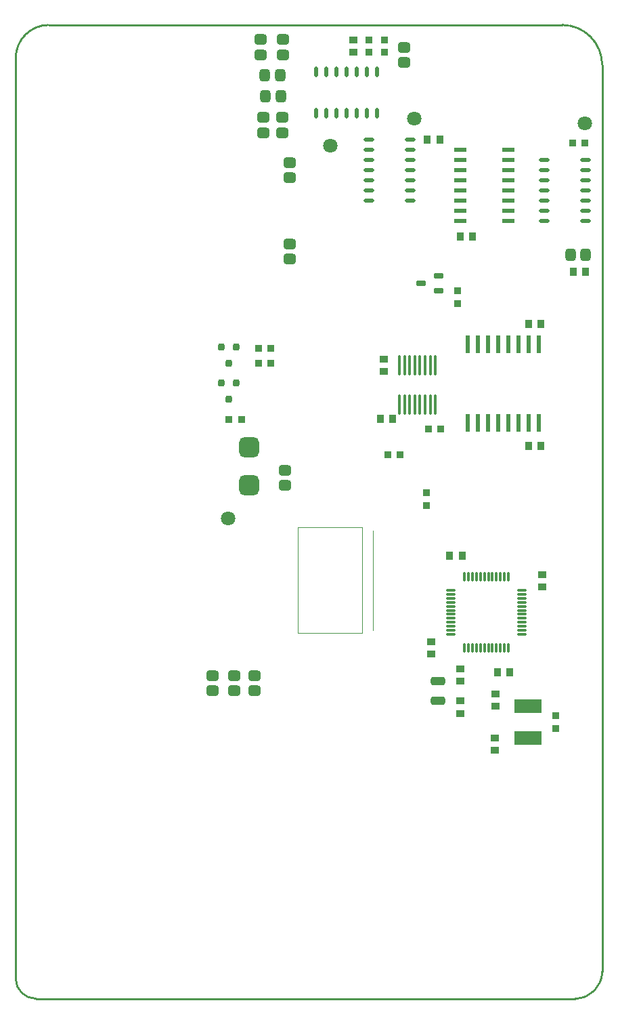
<source format=gtp>
G04*
G04 #@! TF.GenerationSoftware,Altium Limited,Altium Designer,22.8.2 (66)*
G04*
G04 Layer_Color=8421504*
%FSLAX44Y44*%
%MOMM*%
G71*
G04*
G04 #@! TF.SameCoordinates,B0619A4A-581E-4249-BB79-A942B5E0D796*
G04*
G04*
G04 #@! TF.FilePolarity,Positive*
G04*
G01*
G75*
%ADD13C,0.2540*%
%ADD16C,0.0254*%
%ADD17C,0.0500*%
%ADD18R,0.9500X0.9500*%
%ADD19R,0.6000X2.2000*%
%ADD20O,0.3500X2.5500*%
G04:AMPARAMS|DCode=21|XSize=0.3mm|YSize=1.2mm|CornerRadius=0.075mm|HoleSize=0mm|Usage=FLASHONLY|Rotation=0.000|XOffset=0mm|YOffset=0mm|HoleType=Round|Shape=RoundedRectangle|*
%AMROUNDEDRECTD21*
21,1,0.3000,1.0500,0,0,0.0*
21,1,0.1500,1.2000,0,0,0.0*
1,1,0.1500,0.0750,-0.5250*
1,1,0.1500,-0.0750,-0.5250*
1,1,0.1500,-0.0750,0.5250*
1,1,0.1500,0.0750,0.5250*
%
%ADD21ROUNDEDRECTD21*%
%ADD22R,0.9500X0.9500*%
G04:AMPARAMS|DCode=23|XSize=1.15mm|YSize=0.6mm|CornerRadius=0.075mm|HoleSize=0mm|Usage=FLASHONLY|Rotation=180.000|XOffset=0mm|YOffset=0mm|HoleType=Round|Shape=RoundedRectangle|*
%AMROUNDEDRECTD23*
21,1,1.1500,0.4500,0,0,180.0*
21,1,1.0000,0.6000,0,0,180.0*
1,1,0.1500,-0.5000,0.2250*
1,1,0.1500,0.5000,0.2250*
1,1,0.1500,0.5000,-0.2250*
1,1,0.1500,-0.5000,-0.2250*
%
%ADD23ROUNDEDRECTD23*%
G04:AMPARAMS|DCode=24|XSize=1.3mm|YSize=1.5001mm|CornerRadius=0.325mm|HoleSize=0mm|Usage=FLASHONLY|Rotation=90.000|XOffset=0mm|YOffset=0mm|HoleType=Round|Shape=RoundedRectangle|*
%AMROUNDEDRECTD24*
21,1,1.3000,0.8501,0,0,90.0*
21,1,0.6500,1.5001,0,0,90.0*
1,1,0.6500,0.4251,0.3250*
1,1,0.6500,0.4251,-0.3250*
1,1,0.6500,-0.4251,-0.3250*
1,1,0.6500,-0.4251,0.3250*
%
%ADD24ROUNDEDRECTD24*%
%ADD25C,1.8000*%
%ADD26O,0.5588X1.3208*%
%ADD27R,0.9500X1.0000*%
G04:AMPARAMS|DCode=28|XSize=1.3mm|YSize=1.5001mm|CornerRadius=0.325mm|HoleSize=0mm|Usage=FLASHONLY|Rotation=0.000|XOffset=0mm|YOffset=0mm|HoleType=Round|Shape=RoundedRectangle|*
%AMROUNDEDRECTD28*
21,1,1.3000,0.8501,0,0,0.0*
21,1,0.6500,1.5001,0,0,0.0*
1,1,0.6500,0.3250,-0.4251*
1,1,0.6500,-0.3250,-0.4251*
1,1,0.6500,-0.3250,0.4251*
1,1,0.6500,0.3250,0.4251*
%
%ADD28ROUNDEDRECTD28*%
%ADD29R,1.0000X0.9500*%
G04:AMPARAMS|DCode=30|XSize=0.8mm|YSize=0.9mm|CornerRadius=0.2mm|HoleSize=0mm|Usage=FLASHONLY|Rotation=180.000|XOffset=0mm|YOffset=0mm|HoleType=Round|Shape=RoundedRectangle|*
%AMROUNDEDRECTD30*
21,1,0.8000,0.5000,0,0,180.0*
21,1,0.4000,0.9000,0,0,180.0*
1,1,0.4000,-0.2000,0.2500*
1,1,0.4000,0.2000,0.2500*
1,1,0.4000,0.2000,-0.2500*
1,1,0.4000,-0.2000,-0.2500*
%
%ADD30ROUNDEDRECTD30*%
G04:AMPARAMS|DCode=31|XSize=2.5mm|YSize=2.5mm|CornerRadius=0.625mm|HoleSize=0mm|Usage=FLASHONLY|Rotation=270.000|XOffset=0mm|YOffset=0mm|HoleType=Round|Shape=RoundedRectangle|*
%AMROUNDEDRECTD31*
21,1,2.5000,1.2500,0,0,270.0*
21,1,1.2500,2.5000,0,0,270.0*
1,1,1.2500,-0.6250,-0.6250*
1,1,1.2500,-0.6250,0.6250*
1,1,1.2500,0.6250,0.6250*
1,1,1.2500,0.6250,-0.6250*
%
%ADD31ROUNDEDRECTD31*%
%ADD32O,1.3208X0.5588*%
G04:AMPARAMS|DCode=33|XSize=1.6mm|YSize=0.58mm|CornerRadius=0.145mm|HoleSize=0mm|Usage=FLASHONLY|Rotation=180.000|XOffset=0mm|YOffset=0mm|HoleType=Round|Shape=RoundedRectangle|*
%AMROUNDEDRECTD33*
21,1,1.6000,0.2900,0,0,180.0*
21,1,1.3100,0.5800,0,0,180.0*
1,1,0.2900,-0.6550,0.1450*
1,1,0.2900,0.6550,0.1450*
1,1,0.2900,0.6550,-0.1450*
1,1,0.2900,-0.6550,-0.1450*
%
%ADD33ROUNDEDRECTD33*%
G04:AMPARAMS|DCode=34|XSize=1.8mm|YSize=1mm|CornerRadius=0.25mm|HoleSize=0mm|Usage=FLASHONLY|Rotation=0.000|XOffset=0mm|YOffset=0mm|HoleType=Round|Shape=RoundedRectangle|*
%AMROUNDEDRECTD34*
21,1,1.8000,0.5000,0,0,0.0*
21,1,1.3000,1.0000,0,0,0.0*
1,1,0.5000,0.6500,-0.2500*
1,1,0.5000,-0.6500,-0.2500*
1,1,0.5000,-0.6500,0.2500*
1,1,0.5000,0.6500,0.2500*
%
%ADD34ROUNDEDRECTD34*%
%ADD35R,3.4000X1.7500*%
G04:AMPARAMS|DCode=36|XSize=0.3mm|YSize=1.2mm|CornerRadius=0.075mm|HoleSize=0mm|Usage=FLASHONLY|Rotation=90.000|XOffset=0mm|YOffset=0mm|HoleType=Round|Shape=RoundedRectangle|*
%AMROUNDEDRECTD36*
21,1,0.3000,1.0500,0,0,90.0*
21,1,0.1500,1.2000,0,0,90.0*
1,1,0.1500,0.5250,0.0750*
1,1,0.1500,0.5250,-0.0750*
1,1,0.1500,-0.5250,-0.0750*
1,1,0.1500,-0.5250,0.0750*
%
%ADD36ROUNDEDRECTD36*%
D13*
X700000Y0D02*
G03*
X733500Y33500I0J33500D01*
G01*
X0Y25000D02*
G03*
X25000Y0I25000J0D01*
G01*
X41400Y1216400D02*
G03*
X0Y1175000I0J-41400D01*
G01*
X733500Y1166500D02*
G03*
X683600Y1216400I-49900J0D01*
G01*
X0Y25000D02*
Y1175000D01*
X25000Y0D02*
X700000D01*
X733500Y33500D02*
Y1166500D01*
X41400Y1216400D02*
X683600D01*
D16*
X446547Y460248D02*
Y584454D01*
D17*
X353250Y588476D02*
X433145D01*
X353250Y456438D02*
Y588476D01*
Y456438D02*
X433145D01*
Y588476D01*
D18*
X516252Y711962D02*
D03*
X531752D02*
D03*
X465198Y679704D02*
D03*
X480698D02*
D03*
X282200Y723900D02*
D03*
X266700D02*
D03*
X303400Y812800D02*
D03*
X318900D02*
D03*
X303400Y793750D02*
D03*
X318900D02*
D03*
X696750Y1068500D02*
D03*
X712250D02*
D03*
D19*
X565050Y719500D02*
D03*
X577750D02*
D03*
X590450D02*
D03*
X603150D02*
D03*
X615850D02*
D03*
X628550D02*
D03*
X641250D02*
D03*
X653950D02*
D03*
X565050Y817500D02*
D03*
X577750D02*
D03*
X590450D02*
D03*
X603150D02*
D03*
X615850D02*
D03*
X628550D02*
D03*
X641250D02*
D03*
X653950D02*
D03*
D20*
X480012Y742326D02*
D03*
X492812D02*
D03*
X499212D02*
D03*
X505612D02*
D03*
X512012D02*
D03*
X518412D02*
D03*
X524812D02*
D03*
X480012Y791326D02*
D03*
X486412D02*
D03*
X492812D02*
D03*
X499212D02*
D03*
X505612D02*
D03*
X512012D02*
D03*
X518412D02*
D03*
X524812D02*
D03*
X486412Y742326D02*
D03*
D21*
X591220Y527100D02*
D03*
X561220Y438100D02*
D03*
X566220D02*
D03*
X571220D02*
D03*
X576220D02*
D03*
X581220D02*
D03*
X586220D02*
D03*
X591220D02*
D03*
X596220D02*
D03*
X601220D02*
D03*
X606220D02*
D03*
X611220D02*
D03*
X616220D02*
D03*
Y527100D02*
D03*
X611220D02*
D03*
X606220D02*
D03*
X601220D02*
D03*
X596220D02*
D03*
X586220D02*
D03*
X581220D02*
D03*
X576220D02*
D03*
X571220D02*
D03*
X566220D02*
D03*
X561220D02*
D03*
D22*
X552954Y868652D02*
D03*
Y884152D02*
D03*
X461000Y1197750D02*
D03*
Y1182250D02*
D03*
X442000Y1197750D02*
D03*
Y1182250D02*
D03*
X513588Y616328D02*
D03*
Y631828D02*
D03*
X675080Y353190D02*
D03*
Y337690D02*
D03*
D23*
X529011Y903152D02*
D03*
X507312Y893652D02*
D03*
X529011Y884152D02*
D03*
D24*
X272858Y403550D02*
D03*
Y384550D02*
D03*
X246118Y403550D02*
D03*
Y384550D02*
D03*
X298712D02*
D03*
Y403550D02*
D03*
X336558Y660349D02*
D03*
Y641350D02*
D03*
X342638Y1044670D02*
D03*
Y1025670D02*
D03*
Y943070D02*
D03*
Y924070D02*
D03*
X485362Y1169701D02*
D03*
Y1188700D02*
D03*
X334458Y1198340D02*
D03*
Y1179340D02*
D03*
X306518Y1198340D02*
D03*
Y1179340D02*
D03*
X333454Y1081994D02*
D03*
Y1100993D02*
D03*
X309582Y1081994D02*
D03*
Y1100993D02*
D03*
D25*
X265750Y600250D02*
D03*
X393700Y1065530D02*
D03*
X712250Y1093250D02*
D03*
X498500Y1099500D02*
D03*
D26*
X451560Y1106170D02*
D03*
X438860D02*
D03*
X426160D02*
D03*
X413460D02*
D03*
X400760D02*
D03*
X388060D02*
D03*
X375360D02*
D03*
Y1158170D02*
D03*
X388060D02*
D03*
X400760D02*
D03*
X413460D02*
D03*
X426160D02*
D03*
X438860D02*
D03*
X451560D02*
D03*
D27*
X555952Y952500D02*
D03*
X571452D02*
D03*
X657000Y690350D02*
D03*
X641500D02*
D03*
X657000Y842750D02*
D03*
X641500D02*
D03*
X471250Y724000D02*
D03*
X455750D02*
D03*
X712702Y908050D02*
D03*
X697203D02*
D03*
X514930Y1073150D02*
D03*
X530430D02*
D03*
X542870Y553720D02*
D03*
X558370D02*
D03*
X618060Y407670D02*
D03*
X602560D02*
D03*
D28*
X693703Y929378D02*
D03*
X712702D02*
D03*
X311620Y1153906D02*
D03*
X330619D02*
D03*
X312400Y1127498D02*
D03*
X331400D02*
D03*
D29*
X460750Y783576D02*
D03*
Y799076D02*
D03*
X422000Y1182250D02*
D03*
Y1197750D02*
D03*
X555750Y371750D02*
D03*
Y356250D02*
D03*
Y396500D02*
D03*
Y412000D02*
D03*
X600150Y365190D02*
D03*
Y380690D02*
D03*
X599626Y325690D02*
D03*
Y310190D02*
D03*
X519348Y430400D02*
D03*
Y445900D02*
D03*
X658092Y529720D02*
D03*
Y514220D02*
D03*
D30*
X266700Y793750D02*
D03*
X257200Y813750D02*
D03*
X276200D02*
D03*
X266700Y749300D02*
D03*
X257200Y769300D02*
D03*
X276200D02*
D03*
D31*
X291846Y641350D02*
D03*
Y688350D02*
D03*
D32*
X493400Y1073150D02*
D03*
Y1060450D02*
D03*
Y1047750D02*
D03*
Y1035050D02*
D03*
Y1022350D02*
D03*
Y1009650D02*
D03*
Y996950D02*
D03*
X441400D02*
D03*
Y1009650D02*
D03*
Y1022350D02*
D03*
Y1035050D02*
D03*
Y1047750D02*
D03*
Y1060450D02*
D03*
Y1073150D02*
D03*
X712702Y1047868D02*
D03*
Y1035167D02*
D03*
Y1022467D02*
D03*
Y1009768D02*
D03*
Y997067D02*
D03*
Y984368D02*
D03*
Y971667D02*
D03*
X660703D02*
D03*
Y984368D02*
D03*
Y997067D02*
D03*
Y1009768D02*
D03*
Y1022467D02*
D03*
Y1035167D02*
D03*
Y1047868D02*
D03*
D33*
X616253Y971667D02*
D03*
Y984368D02*
D03*
Y997067D02*
D03*
Y1009768D02*
D03*
Y1022467D02*
D03*
Y1035167D02*
D03*
Y1047868D02*
D03*
Y1060567D02*
D03*
X555952D02*
D03*
Y1047868D02*
D03*
Y1035167D02*
D03*
Y1022467D02*
D03*
Y1009768D02*
D03*
Y997067D02*
D03*
Y984368D02*
D03*
Y971667D02*
D03*
D34*
X527760Y396770D02*
D03*
Y371770D02*
D03*
D35*
X641010Y365190D02*
D03*
Y325690D02*
D03*
D36*
X633220Y455100D02*
D03*
Y460100D02*
D03*
Y465100D02*
D03*
Y470100D02*
D03*
Y475100D02*
D03*
Y480100D02*
D03*
Y485100D02*
D03*
Y490100D02*
D03*
Y495100D02*
D03*
Y500100D02*
D03*
Y505100D02*
D03*
Y510100D02*
D03*
X544220D02*
D03*
Y505100D02*
D03*
Y500100D02*
D03*
Y495100D02*
D03*
Y490100D02*
D03*
Y485100D02*
D03*
Y480100D02*
D03*
Y475100D02*
D03*
Y470100D02*
D03*
Y465100D02*
D03*
Y460100D02*
D03*
Y455100D02*
D03*
M02*

</source>
